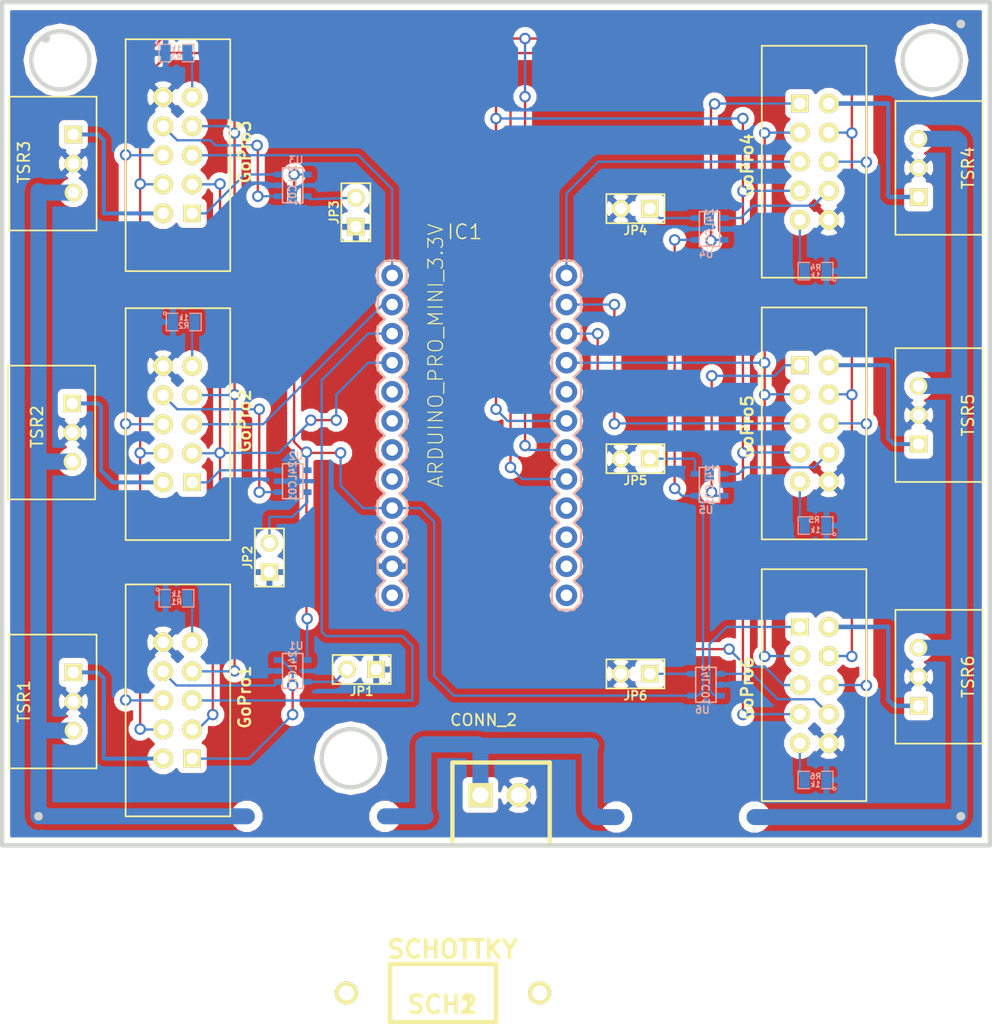
<source format=kicad_pcb>
(kicad_pcb (version 3) (host pcbnew "(2013-mar-13)-testing")
  (title_block (date "1 aug 2013"))
  (layers (15 Dessus signal) (0 Dessous signal) (18 B.Paste user) (19 F.Paste user) (20 B.SilkS user hide) (21 F.SilkS user) (22 B.Mask user hide) (23 F.Mask user hide) (28 Edge.Cuts user))
  (net 0 "")
  (net 1 +12V)
  (net 2 /ID1_1)
  (net 3 /ID1_2)
  (net 4 /ID1_3)
  (net 5 /ID1_4)
  (net 6 /ID1_5)
  (net 7 /ID1_6)
  (net 8 /ID2)
  (net 9 /ID3)
  (net 10 /Power/Mode_1-3)
  (net 11 /Power/Mode_4-6)
  (net 12 /Trigger)
  (net 13 GND)
  (net 14 N-000001)
  (net 15 N-0000010)
  (net 16 N-0000012)
  (net 17 N-0000013)
  (net 18 N-0000014)
  (net 19 N-0000015)
  (net 20 N-0000016)
  (net 21 N-0000017)
  (net 22 N-0000018)
  (net 23 N-0000019)
  (net 24 N-000002)
  (net 25 N-0000020)
  (net 26 N-0000021)
  (net 27 N-0000023)
  (net 28 N-0000024)
  (net 29 N-0000025)
  (net 30 N-0000026)
  (net 31 N-0000027)
  (net 32 N-0000029)
  (net 33 N-000003)
  (net 34 N-0000031)
  (net 35 N-0000032)
  (net 36 N-0000033)
  (net 37 N-0000035)
  (net 38 N-0000036)
  (net 39 N-000004)
  (net 40 N-0000043)
  (net 41 N-0000044)
  (net 42 N-0000046)
  (net 43 N-0000047)
  (net 44 N-0000048)
  (net 45 N-0000049)
  (net 46 N-000005)
  (net 47 N-0000057)
  (net 48 N-0000058)
  (net 49 N-0000059)
  (net 50 N-000006)
  (net 51 N-0000060)
  (net 52 N-0000061)
  (net 53 N-0000062)
  (net 54 N-0000065)
  (net 55 N-000009)
  (net 56 VCC)
  (module TSR_ (layer Dessus) (at 152.908 75.184 90)
    (fp_text reference TSR2 (at 6.35 -5.08 90) (layer F.SilkS) (effects (font (size 1.016 1.016) (thickness 0.1524))))
    (fp_text value TSR hide)
    (pad 1 thru_hole circle (at 3.302 -2 90) (size 1.524 1.524) (drill 1.016) (layers *.Cu *.Mask F.SilkS) (net 1 +12V))
    (pad 2 thru_hole circle (at 5.842 -2 90) (size 1.524 1.524) (drill 1.016) (layers *.Cu *.Mask F.SilkS) (net 13 GND))
    (pad 3 thru_hole rect (at 8.382 -2 90) (size 1.524 1.524) (drill 1.016) (layers *.Cu *.Mask F.SilkS) (net 17 N-0000013))
  )
  (module PRT_5x2_GoPro (layer Dessus) (at 220.345 35.56 270)
    (fp_text reference GoPro4 (at 10.414 10.414 270) (layer F.SilkS) (effects (font (size 1.016 1.016) (thickness 0.2032))))
    (fp_text value PRT-08506 hide)
    (pad 1 thru_hole rect (at 5.04444 5.81914 270) (size 1.524 1.524) (drill 1.016) (layers *.Cu *.Mask F.SilkS) (net 16 N-0000012))
    (pad 2 thru_hole circle (at 5.04444 3.27914 270) (size 1.724 1.724) (drill 1.016) (layers *.Cu *.Mask F.SilkS) (net 28 N-0000024))
    (pad 3 thru_hole circle (at 7.58444 5.81914 270) (size 1.724 1.724) (drill 1.016) (layers *.Cu *.Mask F.SilkS) (net 11 /Power/Mode_4-6))
    (pad 4 thru_hole circle (at 7.58444 3.27914 270) (size 1.724 1.724) (drill 1.016) (layers *.Cu *.Mask F.SilkS) (net 12 /Trigger))
    (pad 5 thru_hole circle (at 10.12444 5.81914 270) (size 1.724 1.724) (drill 1.016) (layers *.Cu *.Mask F.SilkS) (net 5 /ID1_4))
    (pad 6 thru_hole circle (at 10.12444 3.27914 270) (size 1.724 1.724) (drill 1.016) (layers *.Cu *.Mask F.SilkS) (net 8 /ID2))
    (pad 7 thru_hole circle (at 12.66444 5.81914 270) (size 1.724 1.724) (drill 1.016) (layers *.Cu *.Mask F.SilkS) (net 9 /ID3))
    (pad 8 thru_hole circle (at 12.66444 3.27914 270) (size 1.724 1.724) (drill 1.016) (layers *.Cu *.Mask F.SilkS) (net 29 N-0000025))
    (pad 9 thru_hole circle (at 15.20444 5.81914 270) (size 1.724 1.724) (drill 1.016) (layers *.Cu *.Mask F.SilkS) (net 55 N-000009))
    (pad 10 thru_hole circle (at 15.20444 3.27914 270) (size 1.724 1.724) (drill 1.016) (layers *.Cu *.Mask F.SilkS) (net 13 GND))
  )
  (module TSR (layer Dessus) (at 222.885 96.52 90)
    (fp_text reference TSR6 (at 5.842 6.35 90) (layer F.SilkS) (effects (font (size 1.016 1.016) (thickness 0.1524))))
    (fp_text value TSR hide)
    (pad 3 thru_hole rect (at 3.302 2.032 90) (size 1.524 1.524) (drill 1.016) (layers *.Cu *.Mask F.SilkS) (net 50 N-000006))
    (pad 2 thru_hole circle (at 5.842 2.032 90) (size 1.524 1.524) (drill 1.016) (layers *.Cu *.Mask F.SilkS) (net 13 GND))
    (pad 1 thru_hole circle (at 8.382 2.032 90) (size 1.524 1.524) (drill 1.016) (layers *.Cu *.Mask F.SilkS) (net 1 +12V))
  )
  (module TSR (layer Dessus) (at 222.885 73.66 90)
    (fp_text reference TSR5 (at 5.842 6.35 90) (layer F.SilkS) (effects (font (size 1.016 1.016) (thickness 0.1524))))
    (fp_text value TSR hide)
    (pad 3 thru_hole rect (at 3.302 2.032 90) (size 1.524 1.524) (drill 1.016) (layers *.Cu *.Mask F.SilkS) (net 31 N-0000027))
    (pad 2 thru_hole circle (at 5.842 2.032 90) (size 1.524 1.524) (drill 1.016) (layers *.Cu *.Mask F.SilkS) (net 13 GND))
    (pad 1 thru_hole circle (at 8.382 2.032 90) (size 1.524 1.524) (drill 1.016) (layers *.Cu *.Mask F.SilkS) (net 1 +12V))
  )
  (module TSR (layer Dessus) (at 222.885 52.07 90)
    (fp_text reference TSR4 (at 5.842 6.35 90) (layer F.SilkS) (effects (font (size 1.016 1.016) (thickness 0.1524))))
    (fp_text value TSR hide)
    (pad 3 thru_hole rect (at 3.302 2.032 90) (size 1.524 1.524) (drill 1.016) (layers *.Cu *.Mask F.SilkS) (net 28 N-0000024))
    (pad 2 thru_hole circle (at 5.842 2.032 90) (size 1.524 1.524) (drill 1.016) (layers *.Cu *.Mask F.SilkS) (net 13 GND))
    (pad 1 thru_hole circle (at 8.382 2.032 90) (size 1.524 1.524) (drill 1.016) (layers *.Cu *.Mask F.SilkS) (net 1 +12V))
  )
  (module TSR (layer Dessus) (at 153.035 86.995 270)
    (fp_text reference TSR1 (at 5.842 6.35 270) (layer F.SilkS) (effects (font (size 1.016 1.016) (thickness 0.1524))))
    (fp_text value TSR hide)
    (pad 3 thru_hole rect (at 3.302 2.032 270) (size 1.524 1.524) (drill 1.016) (layers *.Cu *.Mask F.SilkS) (net 19 N-0000015))
    (pad 2 thru_hole circle (at 5.842 2.032 270) (size 1.524 1.524) (drill 1.016) (layers *.Cu *.Mask F.SilkS) (net 13 GND))
    (pad 1 thru_hole circle (at 8.382 2.032 270) (size 1.524 1.524) (drill 1.016) (layers *.Cu *.Mask F.SilkS) (net 1 +12V))
  )
  (module TSR (layer Dessus) (at 153.035 40.005 270)
    (fp_text reference TSR3 (at 5.715 6.35 270) (layer F.SilkS) (effects (font (size 1.016 1.016) (thickness 0.1524))))
    (fp_text value TSR hide)
    (pad 3 thru_hole rect (at 3.302 2.032 270) (size 1.524 1.524) (drill 1.016) (layers *.Cu *.Mask F.SilkS) (net 24 N-000002))
    (pad 2 thru_hole circle (at 5.842 2.032 270) (size 1.524 1.524) (drill 1.016) (layers *.Cu *.Mask F.SilkS) (net 13 GND))
    (pad 1 thru_hole circle (at 8.382 2.032 270) (size 1.524 1.524) (drill 1.016) (layers *.Cu *.Mask F.SilkS) (net 1 +12V))
  )
  (module PRT_5x2_GoPro (layer Dessus) (at 155.575 102.87 90)
    (fp_text reference GoPro1 (at 10.414 10.414 90) (layer F.SilkS) (effects (font (size 1.016 1.016) (thickness 0.2032))))
    (fp_text value PRT-08506 hide)
    (pad 1 thru_hole rect (at 5.04444 5.81914 90) (size 1.524 1.524) (drill 1.016) (layers *.Cu *.Mask F.SilkS) (net 36 N-0000033))
    (pad 2 thru_hole circle (at 5.04444 3.27914 90) (size 1.724 1.724) (drill 1.016) (layers *.Cu *.Mask F.SilkS) (net 19 N-0000015))
    (pad 3 thru_hole circle (at 7.58444 5.81914 90) (size 1.724 1.724) (drill 1.016) (layers *.Cu *.Mask F.SilkS) (net 10 /Power/Mode_1-3))
    (pad 4 thru_hole circle (at 7.58444 3.27914 90) (size 1.724 1.724) (drill 1.016) (layers *.Cu *.Mask F.SilkS) (net 12 /Trigger))
    (pad 5 thru_hole circle (at 10.12444 5.81914 90) (size 1.724 1.724) (drill 1.016) (layers *.Cu *.Mask F.SilkS) (net 2 /ID1_1))
    (pad 6 thru_hole circle (at 10.12444 3.27914 90) (size 1.724 1.724) (drill 1.016) (layers *.Cu *.Mask F.SilkS) (net 8 /ID2))
    (pad 7 thru_hole circle (at 12.66444 5.81914 90) (size 1.724 1.724) (drill 1.016) (layers *.Cu *.Mask F.SilkS) (net 9 /ID3))
    (pad 8 thru_hole circle (at 12.66444 3.27914 90) (size 1.724 1.724) (drill 1.016) (layers *.Cu *.Mask F.SilkS) (net 37 N-0000035))
    (pad 9 thru_hole circle (at 15.20444 5.81914 90) (size 1.724 1.724) (drill 1.016) (layers *.Cu *.Mask F.SilkS) (net 14 N-000001))
    (pad 10 thru_hole circle (at 15.20444 3.27914 90) (size 1.724 1.724) (drill 1.016) (layers *.Cu *.Mask F.SilkS) (net 13 GND))
  )
  (module PRT_5x2_GoPro (layer Dessus) (at 155.575 78.74 90)
    (fp_text reference GoPro2 (at 10.414 10.414 90) (layer F.SilkS) (effects (font (size 1.016 1.016) (thickness 0.2032))))
    (fp_text value PRT-08506 hide)
    (pad 1 thru_hole rect (at 5.04444 5.81914 90) (size 1.524 1.524) (drill 1.016) (layers *.Cu *.Mask F.SilkS) (net 38 N-0000036))
    (pad 2 thru_hole circle (at 5.04444 3.27914 90) (size 1.724 1.724) (drill 1.016) (layers *.Cu *.Mask F.SilkS) (net 17 N-0000013))
    (pad 3 thru_hole circle (at 7.58444 5.81914 90) (size 1.724 1.724) (drill 1.016) (layers *.Cu *.Mask F.SilkS) (net 10 /Power/Mode_1-3))
    (pad 4 thru_hole circle (at 7.58444 3.27914 90) (size 1.724 1.724) (drill 1.016) (layers *.Cu *.Mask F.SilkS) (net 12 /Trigger))
    (pad 5 thru_hole circle (at 10.12444 5.81914 90) (size 1.724 1.724) (drill 1.016) (layers *.Cu *.Mask F.SilkS) (net 3 /ID1_2))
    (pad 6 thru_hole circle (at 10.12444 3.27914 90) (size 1.724 1.724) (drill 1.016) (layers *.Cu *.Mask F.SilkS) (net 8 /ID2))
    (pad 7 thru_hole circle (at 12.66444 5.81914 90) (size 1.724 1.724) (drill 1.016) (layers *.Cu *.Mask F.SilkS) (net 9 /ID3))
    (pad 8 thru_hole circle (at 12.66444 3.27914 90) (size 1.724 1.724) (drill 1.016) (layers *.Cu *.Mask F.SilkS) (net 18 N-0000014))
    (pad 9 thru_hole circle (at 15.20444 5.81914 90) (size 1.724 1.724) (drill 1.016) (layers *.Cu *.Mask F.SilkS) (net 15 N-0000010))
    (pad 10 thru_hole circle (at 15.20444 3.27914 90) (size 1.724 1.724) (drill 1.016) (layers *.Cu *.Mask F.SilkS) (net 13 GND))
  )
  (module PRT_5x2_GoPro (layer Dessus) (at 155.575 55.245 90)
    (fp_text reference GoPro3 (at 10.414 10.414 90) (layer F.SilkS) (effects (font (size 1.016 1.016) (thickness 0.2032))))
    (fp_text value PRT-08506 hide)
    (pad 1 thru_hole rect (at 5.04444 5.81914 90) (size 1.524 1.524) (drill 1.016) (layers *.Cu *.Mask F.SilkS) (net 41 N-0000044))
    (pad 2 thru_hole circle (at 5.04444 3.27914 90) (size 1.724 1.724) (drill 1.016) (layers *.Cu *.Mask F.SilkS) (net 24 N-000002))
    (pad 3 thru_hole circle (at 7.58444 5.81914 90) (size 1.724 1.724) (drill 1.016) (layers *.Cu *.Mask F.SilkS) (net 10 /Power/Mode_1-3))
    (pad 4 thru_hole circle (at 7.58444 3.27914 90) (size 1.724 1.724) (drill 1.016) (layers *.Cu *.Mask F.SilkS) (net 12 /Trigger))
    (pad 5 thru_hole circle (at 10.12444 5.81914 90) (size 1.724 1.724) (drill 1.016) (layers *.Cu *.Mask F.SilkS) (net 4 /ID1_3))
    (pad 6 thru_hole circle (at 10.12444 3.27914 90) (size 1.724 1.724) (drill 1.016) (layers *.Cu *.Mask F.SilkS) (net 8 /ID2))
    (pad 7 thru_hole circle (at 12.66444 5.81914 90) (size 1.724 1.724) (drill 1.016) (layers *.Cu *.Mask F.SilkS) (net 9 /ID3))
    (pad 8 thru_hole circle (at 12.66444 3.27914 90) (size 1.724 1.724) (drill 1.016) (layers *.Cu *.Mask F.SilkS) (net 40 N-0000043))
    (pad 9 thru_hole circle (at 15.20444 5.81914 90) (size 1.724 1.724) (drill 1.016) (layers *.Cu *.Mask F.SilkS) (net 33 N-000003))
    (pad 10 thru_hole circle (at 15.20444 3.27914 90) (size 1.724 1.724) (drill 1.016) (layers *.Cu *.Mask F.SilkS) (net 13 GND))
  )
  (module PRT_5x2_GoPro (layer Dessus) (at 220.345 58.42 270)
    (fp_text reference GoPro5 (at 10.414 10.414 270) (layer F.SilkS) (effects (font (size 1.016 1.016) (thickness 0.2032))))
    (fp_text value PRT-08506 hide)
    (pad 1 thru_hole rect (at 5.04444 5.81914 270) (size 1.524 1.524) (drill 1.016) (layers *.Cu *.Mask F.SilkS) (net 27 N-0000023))
    (pad 2 thru_hole circle (at 5.04444 3.27914 270) (size 1.724 1.724) (drill 1.016) (layers *.Cu *.Mask F.SilkS) (net 31 N-0000027))
    (pad 3 thru_hole circle (at 7.58444 5.81914 270) (size 1.724 1.724) (drill 1.016) (layers *.Cu *.Mask F.SilkS) (net 11 /Power/Mode_4-6))
    (pad 4 thru_hole circle (at 7.58444 3.27914 270) (size 1.724 1.724) (drill 1.016) (layers *.Cu *.Mask F.SilkS) (net 12 /Trigger))
    (pad 5 thru_hole circle (at 10.12444 5.81914 270) (size 1.724 1.724) (drill 1.016) (layers *.Cu *.Mask F.SilkS) (net 6 /ID1_5))
    (pad 6 thru_hole circle (at 10.12444 3.27914 270) (size 1.724 1.724) (drill 1.016) (layers *.Cu *.Mask F.SilkS) (net 8 /ID2))
    (pad 7 thru_hole circle (at 12.66444 5.81914 270) (size 1.724 1.724) (drill 1.016) (layers *.Cu *.Mask F.SilkS) (net 9 /ID3))
    (pad 8 thru_hole circle (at 12.66444 3.27914 270) (size 1.724 1.724) (drill 1.016) (layers *.Cu *.Mask F.SilkS) (net 30 N-0000026))
    (pad 9 thru_hole circle (at 15.20444 5.81914 270) (size 1.724 1.724) (drill 1.016) (layers *.Cu *.Mask F.SilkS) (net 32 N-0000029))
    (pad 10 thru_hole circle (at 15.20444 3.27914 270) (size 1.724 1.724) (drill 1.016) (layers *.Cu *.Mask F.SilkS) (net 13 GND))
  )
  (module PRT_5x2_GoPro (layer Dessus) (at 220.345 81.28 270)
    (fp_text reference GoPro6 (at 10.414 10.414 270) (layer F.SilkS) (effects (font (size 1.016 1.016) (thickness 0.2032))))
    (fp_text value PRT-08506 hide)
    (pad 1 thru_hole rect (at 5.04444 5.81914 270) (size 1.524 1.524) (drill 1.016) (layers *.Cu *.Mask F.SilkS) (net 46 N-000005))
    (pad 2 thru_hole circle (at 5.04444 3.27914 270) (size 1.724 1.724) (drill 1.016) (layers *.Cu *.Mask F.SilkS) (net 50 N-000006))
    (pad 3 thru_hole circle (at 7.58444 5.81914 270) (size 1.724 1.724) (drill 1.016) (layers *.Cu *.Mask F.SilkS) (net 11 /Power/Mode_4-6))
    (pad 4 thru_hole circle (at 7.58444 3.27914 270) (size 1.724 1.724) (drill 1.016) (layers *.Cu *.Mask F.SilkS) (net 12 /Trigger))
    (pad 5 thru_hole circle (at 10.12444 5.81914 270) (size 1.724 1.724) (drill 1.016) (layers *.Cu *.Mask F.SilkS) (net 7 /ID1_6))
    (pad 6 thru_hole circle (at 10.12444 3.27914 270) (size 1.724 1.724) (drill 1.016) (layers *.Cu *.Mask F.SilkS) (net 8 /ID2))
    (pad 7 thru_hole circle (at 12.66444 5.81914 270) (size 1.724 1.724) (drill 1.016) (layers *.Cu *.Mask F.SilkS) (net 9 /ID3))
    (pad 8 thru_hole circle (at 12.66444 3.27914 270) (size 1.724 1.724) (drill 1.016) (layers *.Cu *.Mask F.SilkS) (net 25 N-0000020))
    (pad 9 thru_hole circle (at 15.20444 5.81914 270) (size 1.724 1.724) (drill 1.016) (layers *.Cu *.Mask F.SilkS) (net 39 N-000004))
    (pad 10 thru_hole circle (at 15.20444 3.27914 270) (size 1.724 1.724) (drill 1.016) (layers *.Cu *.Mask F.SilkS) (net 13 GND))
  )
  (module ArduinoProMini_simplified (layer Dessus) (at 183.9595 66.421)
    (fp_text reference IC1 (at 1.27 -14.605) (layer F.SilkS) (effects (font (size 1.27 1.27) (thickness 0.127))))
    (fp_text value ARDUINO_PRO_MINI_3.3V (at -1.27 -3.81 270) (layer F.SilkS) (effects (font (size 1.27 1.27) (thickness 0.1016))))
    (pad 1 thru_hole oval (at -5.08 17.145) (size 1.8796 1.8796) (drill 1.016) (layers *.Cu *.Mask) (net 53 N-0000062))
    (pad 2 thru_hole oval (at -5.08 14.605) (size 1.8796 1.8796) (drill 1.016) (layers *.Cu *.Mask) (net 13 GND))
    (pad 3 thru_hole oval (at -5.08 12.065) (size 1.8796 1.8796) (drill 1.016) (layers *.Cu *.Mask) (net 52 N-0000061))
    (pad 4 thru_hole oval (at -5.08 9.525) (size 1.8796 1.8796) (drill 1.016) (layers *.Cu *.Mask) (net 56 VCC))
    (pad 5 thru_hole oval (at -5.08 6.985) (size 1.8796 1.8796) (drill 1.016) (layers *.Cu *.Mask) (net 51 N-0000060))
    (pad 6 thru_hole oval (at -5.08 4.445) (size 1.8796 1.8796) (drill 1.016) (layers *.Cu *.Mask) (net 49 N-0000059))
    (pad 7 thru_hole oval (at -5.08 1.905) (size 1.8796 1.8796) (drill 1.016) (layers *.Cu *.Mask) (net 48 N-0000058))
    (pad 8 thru_hole oval (at -5.08 -0.635) (size 1.8796 1.8796) (drill 1.016) (layers *.Cu *.Mask) (net 47 N-0000057))
    (pad 9 thru_hole oval (at -5.08 -3.175) (size 1.8796 1.8796) (drill 1.016) (layers *.Cu *.Mask) (net 10 /Power/Mode_1-3))
    (pad 10 thru_hole oval (at -5.08 -5.715) (size 1.8796 1.8796) (drill 1.016) (layers *.Cu *.Mask) (net 2 /ID1_1))
    (pad 11 thru_hole oval (at -5.08 -8.255) (size 1.8796 1.8796) (drill 1.016) (layers *.Cu *.Mask) (net 3 /ID1_2))
    (pad 12 thru_hole oval (at -5.08 -10.795) (size 1.8796 1.8796) (drill 1.016) (layers *.Cu *.Mask) (net 4 /ID1_3))
    (pad 13 thru_hole oval (at 10.16 -10.795 180) (size 1.8796 1.8796) (drill 1.016) (layers *.Cu *.Mask) (net 5 /ID1_4))
    (pad 14 thru_hole oval (at 10.16 -8.255 180) (size 1.8796 1.8796) (drill 1.016) (layers *.Cu *.Mask) (net 6 /ID1_5))
    (pad 15 thru_hole oval (at 10.16 -5.715 180) (size 1.8796 1.8796) (drill 1.016) (layers *.Cu *.Mask) (net 7 /ID1_6))
    (pad 16 thru_hole oval (at 10.16 -3.175 180) (size 1.8796 1.8796) (drill 1.016) (layers *.Cu *.Mask) (net 11 /Power/Mode_4-6))
    (pad 17 thru_hole oval (at 10.16 -0.635 180) (size 1.8796 1.8796) (drill 1.016) (layers *.Cu *.Mask) (net 21 N-0000017))
    (pad 18 thru_hole oval (at 10.16 1.905 180) (size 1.8796 1.8796) (drill 1.016) (layers *.Cu *.Mask) (net 9 /ID3))
    (pad 19 thru_hole oval (at 10.16 4.445 180) (size 1.8796 1.8796) (drill 1.016) (layers *.Cu *.Mask) (net 8 /ID2))
    (pad 20 thru_hole oval (at 10.16 6.985 180) (size 1.8796 1.8796) (drill 1.016) (layers *.Cu *.Mask) (net 12 /Trigger))
    (pad 21 thru_hole oval (at 10.16 9.525 180) (size 1.8796 1.8796) (drill 1.016) (layers *.Cu *.Mask) (net 45 N-0000049))
    (pad 22 thru_hole oval (at 10.16 12.065 180) (size 1.8796 1.8796) (drill 1.016) (layers *.Cu *.Mask) (net 44 N-0000048))
    (pad 23 thru_hole oval (at 10.16 14.605 180) (size 1.8796 1.8796) (drill 1.016) (layers *.Cu *.Mask) (net 43 N-0000047))
    (pad 24 thru_hole oval (at 10.16 17.145 180) (size 1.8796 1.8796) (drill 1.016) (layers *.Cu *.Mask) (net 42 N-0000046))
  )
  (module SM0805 (layer Dessous) (at 160.02 83.82)
    (fp_text reference R1 (at 0 0.3175) (layer B.SilkS) (effects (font (size 0.50038 0.50038) (thickness 0.10922)) (justify mirror)))
    (fp_text value 1k (at 0 -0.381) (layer B.SilkS) (effects (font (size 0.50038 0.50038) (thickness 0.10922)) (justify mirror)))
    (pad 1 smd rect (at -0.9525 0) (size 0.889 1.397) (layers Dessous B.Paste B.Mask) (net 13 GND))
    (pad 2 smd rect (at 0.9525 0) (size 0.889 1.397) (layers Dessous B.Paste B.Mask) (net 14 N-000001))
  )
  (module SM0805 (layer Dessous) (at 160.655 59.69)
    (fp_text reference R2 (at 0 0.3175) (layer B.SilkS) (effects (font (size 0.50038 0.50038) (thickness 0.10922)) (justify mirror)))
    (fp_text value 1k (at 0 -0.381) (layer B.SilkS) (effects (font (size 0.50038 0.50038) (thickness 0.10922)) (justify mirror)))
    (pad 1 smd rect (at -0.9525 0) (size 0.889 1.397) (layers Dessous B.Paste B.Mask) (net 13 GND))
    (pad 2 smd rect (at 0.9525 0) (size 0.889 1.397) (layers Dessous B.Paste B.Mask) (net 15 N-0000010))
  )
  (module SM0805 (layer Dessous) (at 160.02 36.195)
    (fp_text reference R3 (at 0 0.3175) (layer B.SilkS) (effects (font (size 0.50038 0.50038) (thickness 0.10922)) (justify mirror)))
    (fp_text value 1k (at 0 -0.381) (layer B.SilkS) (effects (font (size 0.50038 0.50038) (thickness 0.10922)) (justify mirror)))
    (pad 1 smd rect (at -0.9525 0) (size 0.889 1.397) (layers Dessous B.Paste B.Mask) (net 13 GND))
    (pad 2 smd rect (at 0.9525 0) (size 0.889 1.397) (layers Dessous B.Paste B.Mask) (net 33 N-000003))
  )
  (module SM0805 (layer Dessous) (at 215.9 55.245 180)
    (fp_text reference R4 (at 0 0.3175 180) (layer B.SilkS) (effects (font (size 0.50038 0.50038) (thickness 0.10922)) (justify mirror)))
    (fp_text value 1k (at 0 -0.381 180) (layer B.SilkS) (effects (font (size 0.50038 0.50038) (thickness 0.10922)) (justify mirror)))
    (pad 1 smd rect (at -0.9525 0 180) (size 0.889 1.397) (layers Dessous B.Paste B.Mask) (net 13 GND))
    (pad 2 smd rect (at 0.9525 0 180) (size 0.889 1.397) (layers Dessous B.Paste B.Mask) (net 55 N-000009))
  )
  (module SM0805 (layer Dessous) (at 215.9 77.47 180)
    (fp_text reference R5 (at 0.127 0.508 180) (layer B.SilkS) (effects (font (size 0.50038 0.50038) (thickness 0.10922)) (justify mirror)))
    (fp_text value 1k (at 0 -0.381 180) (layer B.SilkS) (effects (font (size 0.50038 0.50038) (thickness 0.10922)) (justify mirror)))
    (pad 1 smd rect (at -0.9525 0 180) (size 0.889 1.397) (layers Dessous B.Paste B.Mask) (net 13 GND))
    (pad 2 smd rect (at 0.9525 0 180) (size 0.889 1.397) (layers Dessous B.Paste B.Mask) (net 32 N-0000029))
  )
  (module SM0805 (layer Dessous) (at 215.9 99.695 180)
    (fp_text reference R6 (at 0 0.3175 180) (layer B.SilkS) (effects (font (size 0.50038 0.50038) (thickness 0.10922)) (justify mirror)))
    (fp_text value 1k (at 0 -0.381 180) (layer B.SilkS) (effects (font (size 0.50038 0.50038) (thickness 0.10922)) (justify mirror)))
    (pad 1 smd rect (at -0.9525 0 180) (size 0.889 1.397) (layers Dessous B.Paste B.Mask) (net 13 GND))
    (pad 2 smd rect (at 0.9525 0 180) (size 0.889 1.397) (layers Dessous B.Paste B.Mask) (net 39 N-000004))
  )
  (module SOT23-5 (layer Dessous) (at 170.18 90.17 90)
    (fp_text reference U1 (at 2.19964 0.29972 360) (layer B.SilkS) (effects (font (size 0.635 0.635) (thickness 0.127)) (justify mirror)))
    (fp_text value 24LC01 (at 0 0 90) (layer B.SilkS) (effects (font (size 0.635 0.635) (thickness 0.127)) (justify mirror)))
    (pad 1 smd rect (at -0.9525 -1.27 90) (size 0.508 0.762) (layers Dessous B.Paste B.Mask) (net 37 N-0000035))
    (pad 3 smd rect (at 0.9525 -1.27 90) (size 0.508 0.762) (layers Dessous B.Paste B.Mask) (net 36 N-0000033))
    (pad 5 smd rect (at -0.9525 1.27 90) (size 0.508 0.762) (layers Dessous B.Paste B.Mask) (net 22 N-0000018))
    (pad 2 smd rect (at 0 -1.27 90) (size 0.508 0.762) (layers Dessous B.Paste B.Mask) (net 13 GND))
    (pad 4 smd rect (at 0.9525 1.27 90) (size 0.508 0.762) (layers Dessous B.Paste B.Mask) (net 56 VCC))
  )
  (module SOT23-5 (layer Dessous) (at 170.18 73.5965 90)
    (fp_text reference U2 (at 2.19964 0.29972 360) (layer B.SilkS) (effects (font (size 0.635 0.635) (thickness 0.127)) (justify mirror)))
    (fp_text value 24LC01 (at 0 0 90) (layer B.SilkS) (effects (font (size 0.635 0.635) (thickness 0.127)) (justify mirror)))
    (pad 1 smd rect (at -0.9525 -1.27 90) (size 0.508 0.762) (layers Dessous B.Paste B.Mask) (net 18 N-0000014))
    (pad 3 smd rect (at 0.9525 -1.27 90) (size 0.508 0.762) (layers Dessous B.Paste B.Mask) (net 38 N-0000036))
    (pad 5 smd rect (at -0.9525 1.27 90) (size 0.508 0.762) (layers Dessous B.Paste B.Mask) (net 35 N-0000032))
    (pad 2 smd rect (at 0 -1.27 90) (size 0.508 0.762) (layers Dessous B.Paste B.Mask) (net 13 GND))
    (pad 4 smd rect (at 0.9525 1.27 90) (size 0.508 0.762) (layers Dessous B.Paste B.Mask) (net 56 VCC))
  )
  (module SOT23-5 (layer Dessous) (at 170.18 47.752 90)
    (fp_text reference U3 (at 2.19964 0.29972 360) (layer B.SilkS) (effects (font (size 0.635 0.635) (thickness 0.127)) (justify mirror)))
    (fp_text value 24LC01 (at 0 0 90) (layer B.SilkS) (effects (font (size 0.635 0.635) (thickness 0.127)) (justify mirror)))
    (pad 1 smd rect (at -0.9525 -1.27 90) (size 0.508 0.762) (layers Dessous B.Paste B.Mask) (net 40 N-0000043))
    (pad 3 smd rect (at 0.9525 -1.27 90) (size 0.508 0.762) (layers Dessous B.Paste B.Mask) (net 41 N-0000044))
    (pad 5 smd rect (at -0.9525 1.27 90) (size 0.508 0.762) (layers Dessous B.Paste B.Mask) (net 34 N-0000031))
    (pad 2 smd rect (at 0 -1.27 90) (size 0.508 0.762) (layers Dessous B.Paste B.Mask) (net 13 GND))
    (pad 4 smd rect (at 0.9525 1.27 90) (size 0.508 0.762) (layers Dessous B.Paste B.Mask) (net 56 VCC))
  )
  (module SOT23-5 (layer Dessous) (at 206.629 51.562 270)
    (fp_text reference U4 (at 2.19964 0.29972 540) (layer B.SilkS) (effects (font (size 0.635 0.635) (thickness 0.127)) (justify mirror)))
    (fp_text value 24LC01 (at 0 0 270) (layer B.SilkS) (effects (font (size 0.635 0.635) (thickness 0.127)) (justify mirror)))
    (pad 1 smd rect (at -0.9525 -1.27 270) (size 0.508 0.762) (layers Dessous B.Paste B.Mask) (net 29 N-0000025))
    (pad 3 smd rect (at 0.9525 -1.27 270) (size 0.508 0.762) (layers Dessous B.Paste B.Mask) (net 16 N-0000012))
    (pad 5 smd rect (at -0.9525 1.27 270) (size 0.508 0.762) (layers Dessous B.Paste B.Mask) (net 20 N-0000016))
    (pad 2 smd rect (at 0 -1.27 270) (size 0.508 0.762) (layers Dessous B.Paste B.Mask) (net 13 GND))
    (pad 4 smd rect (at 0.9525 1.27 270) (size 0.508 0.762) (layers Dessous B.Paste B.Mask) (net 56 VCC))
  )
  (module SOT23-5 (layer Dessous) (at 206.629 73.914 270)
    (fp_text reference U5 (at 2.19964 0.29972 540) (layer B.SilkS) (effects (font (size 0.635 0.635) (thickness 0.127)) (justify mirror)))
    (fp_text value 24LC01 (at 0 0 270) (layer B.SilkS) (effects (font (size 0.635 0.635) (thickness 0.127)) (justify mirror)))
    (pad 1 smd rect (at -0.9525 -1.27 270) (size 0.508 0.762) (layers Dessous B.Paste B.Mask) (net 30 N-0000026))
    (pad 3 smd rect (at 0.9525 -1.27 270) (size 0.508 0.762) (layers Dessous B.Paste B.Mask) (net 27 N-0000023))
    (pad 5 smd rect (at -0.9525 1.27 270) (size 0.508 0.762) (layers Dessous B.Paste B.Mask) (net 26 N-0000021))
    (pad 2 smd rect (at 0 -1.27 270) (size 0.508 0.762) (layers Dessous B.Paste B.Mask) (net 13 GND))
    (pad 4 smd rect (at 0.9525 1.27 270) (size 0.508 0.762) (layers Dessous B.Paste B.Mask) (net 56 VCC))
  )
  (module SOT23-5 (layer Dessous) (at 206.3115 91.3765 270)
    (fp_text reference U6 (at 2.19964 0.29972 540) (layer B.SilkS) (effects (font (size 0.635 0.635) (thickness 0.127)) (justify mirror)))
    (fp_text value 24LC01 (at 0 0 270) (layer B.SilkS) (effects (font (size 0.635 0.635) (thickness 0.127)) (justify mirror)))
    (pad 1 smd rect (at -0.9525 -1.27 270) (size 0.508 0.762) (layers Dessous B.Paste B.Mask) (net 25 N-0000020))
    (pad 3 smd rect (at 0.9525 -1.27 270) (size 0.508 0.762) (layers Dessous B.Paste B.Mask) (net 46 N-000005))
    (pad 5 smd rect (at -0.9525 1.27 270) (size 0.508 0.762) (layers Dessous B.Paste B.Mask) (net 23 N-0000019))
    (pad 2 smd rect (at 0 -1.27 270) (size 0.508 0.762) (layers Dessous B.Paste B.Mask) (net 13 GND))
    (pad 4 smd rect (at 0.9525 1.27 270) (size 0.508 0.762) (layers Dessous B.Paste B.Mask) (net 56 VCC))
  )
  (module Bornier_FCI_-_2cts_Benvii (layer Dessus) (at 184.15 105.41)
    (fp_text reference P1 hide)
    (fp_text value CONN_2 (at 2.73 -10.955) (layer F.SilkS))
    (pad 1 thru_hole rect (at 2.45 -4.4) (size 2.1 2.1) (drill 1.4) (layers *.Cu *.Mask F.SilkS) (net 54 N-0000065))
    (pad 2 thru_hole circle (at 5.8 -4.4) (size 2.1 2.1) (drill 1.4) (layers *.Cu *.Mask F.SilkS) (net 13 GND))
  )
  (module PIN_ARRAY_2X1 (layer Dessus) (at 176.2125 90.043 180)
    (fp_text reference JP1 (at 0 -1.905 180) (layer F.SilkS) (effects (font (size 0.762 0.762) (thickness 0.1524))))
    (fp_text value JUMPER hide)
    (pad 1 thru_hole rect (at -1.27 0 180) (size 1.524 1.524) (drill 1.016) (layers *.Cu *.Mask F.SilkS) (net 13 GND))
    (pad 2 thru_hole circle (at 1.27 0 180) (size 1.524 1.524) (drill 1.016) (layers *.Cu *.Mask F.SilkS) (net 22 N-0000018))
  )
  (module PIN_ARRAY_2X1 (layer Dessus) (at 168.148 80.264 90)
    (fp_text reference JP2 (at 0 -1.905 90) (layer F.SilkS) (effects (font (size 0.762 0.762) (thickness 0.1524))))
    (fp_text value JUMPER hide)
    (pad 1 thru_hole rect (at -1.27 0 90) (size 1.524 1.524) (drill 1.016) (layers *.Cu *.Mask F.SilkS) (net 13 GND))
    (pad 2 thru_hole circle (at 1.27 0 90) (size 1.524 1.524) (drill 1.016) (layers *.Cu *.Mask F.SilkS) (net 35 N-0000032))
  )
  (module PIN_ARRAY_2X1 (layer Dessus) (at 175.7045 50.1015 90)
    (fp_text reference JP3 (at 0 -1.905 90) (layer F.SilkS) (effects (font (size 0.762 0.762) (thickness 0.1524))))
    (fp_text value JUMPER hide)
    (pad 1 thru_hole rect (at -1.27 0 90) (size 1.524 1.524) (drill 1.016) (layers *.Cu *.Mask F.SilkS) (net 13 GND))
    (pad 2 thru_hole circle (at 1.27 0 90) (size 1.524 1.524) (drill 1.016) (layers *.Cu *.Mask F.SilkS) (net 34 N-0000031))
  )
  (module PIN_ARRAY_2X1 (layer Dessus) (at 200.152 49.784 180)
    (fp_text reference JP4 (at 0 -1.905 180) (layer F.SilkS) (effects (font (size 0.762 0.762) (thickness 0.1524))))
    (fp_text value JUMPER hide)
    (pad 1 thru_hole rect (at -1.27 0 180) (size 1.524 1.524) (drill 1.016) (layers *.Cu *.Mask F.SilkS) (net 20 N-0000016))
    (pad 2 thru_hole circle (at 1.27 0 180) (size 1.524 1.524) (drill 1.016) (layers *.Cu *.Mask F.SilkS) (net 13 GND))
  )
  (module PIN_ARRAY_2X1 (layer Dessus) (at 200.152 71.628 180)
    (fp_text reference JP5 (at 0 -1.905 180) (layer F.SilkS) (effects (font (size 0.762 0.762) (thickness 0.1524))))
    (fp_text value JUMPER hide)
    (pad 1 thru_hole rect (at -1.27 0 180) (size 1.524 1.524) (drill 1.016) (layers *.Cu *.Mask F.SilkS) (net 26 N-0000021))
    (pad 2 thru_hole circle (at 1.27 0 180) (size 1.524 1.524) (drill 1.016) (layers *.Cu *.Mask F.SilkS) (net 13 GND))
  )
  (module PIN_ARRAY_2X1 (layer Dessus) (at 200.152 90.424 180)
    (fp_text reference JP6 (at 0 -1.905 180) (layer F.SilkS) (effects (font (size 0.762 0.762) (thickness 0.1524))))
    (fp_text value JUMPER hide)
    (pad 1 thru_hole rect (at -1.27 0 180) (size 1.524 1.524) (drill 1.016) (layers *.Cu *.Mask F.SilkS) (net 23 N-0000019))
    (pad 2 thru_hole circle (at 1.27 0 180) (size 1.524 1.524) (drill 1.016) (layers *.Cu *.Mask F.SilkS) (net 13 GND))
  )
  (module SCH (layer Dessus) (at 187.96 118.300501)
    (fp_text reference SCH1 (at -4.699 1.016) (layer F.SilkS) (effects (font (thickness 0.3048))))
    (fp_text value SCHOTTKY (at -3.81 -3.81) (layer F.SilkS) (effects (font (thickness 0.3048))))
    (pad 1 thru_hole circle (at -13.081 0) (size 2 2) (drill 1.31) (layers *.Cu *.Mask F.SilkS) (net 54 N-0000065))
    (pad 2 thru_hole circle (at 3.81 0) (size 2 2) (drill 1.31) (layers *.Cu *.Mask F.SilkS) (net 1 +12V))
  )
  (module SCH (layer Dessus) (at 187.96 118.300501)
    (fp_text reference SCH2 (at -4.699 1.016) (layer F.SilkS) (effects (font (thickness 0.3048))))
    (fp_text value SCHOTTKY (at -3.81 -3.81) (layer F.SilkS) (effects (font (thickness 0.3048))))
    (pad 1 thru_hole circle (at -13.081 0) (size 2 2) (drill 1.31) (layers *.Cu *.Mask F.SilkS) (net 54 N-0000065))
    (pad 2 thru_hole circle (at 3.81 0) (size 2 2) (drill 1.31) (layers *.Cu *.Mask F.SilkS) (net 1 +12V))
  )
  (gr_circle (center 175.26 97.79) (end 172.72 97.79) (layer Edge.Cuts) (width 0.381))
  (gr_circle (center 149.86 36.83) (end 147.32 36.83) (layer Edge.Cuts) (width 0.381))
  (gr_circle (center 226.06 36.83) (end 223.52 36.83) (layer Edge.Cuts) (width 0.381))
  (target plus (at 147.955 102.87) (size 0.005) (width 0.381) (layer Edge.Cuts))
  (target plus (at 228.6 102.87) (size 0.005) (width 0.381) (layer Edge.Cuts))
  (target plus (at 228.6 33.655) (size 0.005) (width 0.381) (layer Edge.Cuts))
  (target plus (at 148.59 34.925) (size 0.005) (width 0.381) (layer Edge.Cuts))
  (gr_line (start 231.14 105.41) (end 228.6 105.41) (angle 90) (layer Edge.Cuts) (width 0.381))
  (gr_line (start 231.14 31.75) (end 231.14 105.41) (angle 90) (layer Edge.Cuts) (width 0.381))
  (gr_line (start 144.78 31.75) (end 231.14 31.75) (angle 90) (layer Edge.Cuts) (width 0.381))
  (gr_line (start 144.78 105.41) (end 144.78 31.75) (angle 90) (layer Edge.Cuts) (width 0.381))
  (gr_line (start 228.6 105.41) (end 144.78 105.41) (angle 90) (layer Edge.Cuts) (width 0.381))
  (segment (start 210.566 102.9335) (end 228.346 102.9335) (width 1.4) (layer Dessous) (net 1))
  (segment (start 228.473 102.8065) (end 228.473 88.138) (width 1.4) (layer Dessous) (net 1))
  (segment (start 228.346 102.9335) (end 228.473 102.8065) (width 1.4) (layer Dessous) (net 1))
  (segment (start 166.1795 102.87) (end 148.5265 102.87) (width 1.4) (layer Dessous) (net 1))
  (segment (start 148.5265 102.87) (end 147.955 102.2985) (width 1.4) (layer Dessous) (net 1))
  (segment (start 148.082 71.882) (end 147.955 71.755) (width 1.4) (layer Dessous) (net 1))
  (segment (start 150.908 71.882) (end 148.082 71.882) (width 1.4) (layer Dessous) (net 1))
  (segment (start 151.003 95.377) (end 147.955 95.377) (width 1.4) (layer Dessous) (net 1))
  (segment (start 147.955 95.377) (end 147.955 95.25) (width 1.4) (layer Dessous) (net 1))
  (segment (start 147.955 95.25) (end 147.955 102.2985) (width 1.4) (layer Dessous) (net 1))
  (segment (start 147.955 102.2985) (end 147.955 102.87) (width 1.4) (layer Dessous) (net 1))
  (segment (start 228.473 65.532) (end 228.473 43.942) (width 1.4) (layer Dessous) (net 1))
  (segment (start 228.473 43.942) (end 228.219 43.688) (width 1.4) (layer Dessous) (net 1))
  (segment (start 228.219 43.688) (end 224.917 43.688) (width 1.4) (layer Dessous) (net 1))
  (segment (start 228.473 88.138) (end 228.473 65.532) (width 1.4) (layer Dessous) (net 1))
  (segment (start 228.219 65.278) (end 224.917 65.278) (width 1.4) (layer Dessous) (net 1))
  (segment (start 228.473 65.532) (end 228.219 65.278) (width 0.4) (layer Dessous) (net 1))
  (segment (start 228.473 88.138) (end 224.917 88.138) (width 1.4) (layer Dessous) (net 1))
  (segment (start 147.955 71.755) (end 147.955 48.26) (width 1.4) (layer Dessous) (net 1))
  (segment (start 147.955 48.26) (end 148.082 48.387) (width 1.4) (layer Dessous) (net 1))
  (segment (start 148.082 48.387) (end 151.003 48.387) (width 1.4) (layer Dessous) (net 1))
  (segment (start 147.955 95.25) (end 147.955 71.755) (width 1.4) (layer Dessous) (net 1))
  (segment (start 147.955 71.755) (end 148.082 71.882) (width 0.4) (layer Dessous) (net 1))
  (segment (start 147.955 95.25) (end 148.082 95.377) (width 0.4) (layer Dessous) (net 1))
  (segment (start 171.3865 92.74556) (end 180.62956 92.74556) (width 0.2032) (layer Dessous) (net 2))
  (segment (start 173.101 87.122) (end 172.72 86.741) (width 0.2032) (layer Dessous) (net 2))
  (segment (start 179.7685 87.122) (end 173.101 87.122) (width 0.2032) (layer Dessous) (net 2))
  (segment (start 180.6575 88.011) (end 179.7685 87.122) (width 0.2032) (layer Dessous) (net 2))
  (segment (start 180.6575 92.71762) (end 180.6575 88.011) (width 0.2032) (layer Dessous) (net 2))
  (segment (start 180.62956 92.74556) (end 180.6575 92.71762) (width 0.2032) (layer Dessous) (net 2))
  (segment (start 172.72 86.741) (end 172.72 64.77) (width 0.2032) (layer Dessous) (net 2))
  (segment (start 165.06444 92.74556) (end 171.3865 92.74556) (width 0.2032) (layer Dessous) (net 2))
  (segment (start 172.72 64.77) (end 176.784 60.706) (width 0.2032) (layer Dessous) (net 2))
  (segment (start 178.8795 60.706) (end 176.784 60.706) (width 0.2032) (layer Dessous) (net 2))
  (segment (start 165.06444 92.74556) (end 161.39414 92.74556) (width 0.2032) (layer Dessous) (net 2))
  (segment (start 161.39414 68.61556) (end 167.60444 68.61556) (width 0.2032) (layer Dessous) (net 3))
  (segment (start 178.054 58.166) (end 178.8795 58.166) (width 0.2032) (layer Dessous) (net 3))
  (segment (start 167.60444 68.61556) (end 178.054 58.166) (width 0.2032) (layer Dessous) (net 3))
  (segment (start 161.39414 45.12056) (end 175.93056 45.12056) (width 0.2032) (layer Dessous) (net 4))
  (segment (start 178.8795 48.0695) (end 178.8795 55.626) (width 0.2032) (layer Dessous) (net 4))
  (segment (start 175.93056 45.12056) (end 178.8795 48.0695) (width 0.2032) (layer Dessous) (net 4))
  (segment (start 194.1195 55.626) (end 194.1195 48.4505) (width 0.2032) (layer Dessous) (net 5))
  (segment (start 196.88556 45.68444) (end 214.52586 45.68444) (width 0.2032) (layer Dessous) (net 5))
  (segment (start 194.1195 48.4505) (end 196.88556 45.68444) (width 0.2032) (layer Dessous) (net 5))
  (segment (start 214.52586 68.54444) (end 198.34606 68.54444) (width 0.2032) (layer Dessous) (net 6))
  (segment (start 198.3105 58.166) (end 194.1195 58.166) (width 0.2032) (layer Dessous) (net 6))
  (via (at 198.3105 58.166) (size 1) (layers Dessus Dessous) (net 6))
  (segment (start 198.3105 68.58) (end 198.3105 58.166) (width 0.2032) (layer Dessus) (net 6))
  (via (at 198.3105 68.58) (size 1) (layers Dessus Dessous) (net 6))
  (segment (start 198.34606 68.54444) (end 198.3105 68.58) (width 0.2032) (layer Dessous) (net 6))
  (segment (start 214.52586 91.40444) (end 213.07044 91.40444) (width 0.2032) (layer Dessous) (net 7))
  (segment (start 196.85 60.706) (end 194.1195 60.706) (width 0.2032) (layer Dessous) (net 7))
  (via (at 196.85 60.706) (size 1) (layers Dessus Dessous) (net 7))
  (segment (start 196.85 86.614) (end 196.85 60.706) (width 0.2032) (layer Dessus) (net 7))
  (segment (start 198.501 88.265) (end 196.85 86.614) (width 0.2032) (layer Dessus) (net 7))
  (segment (start 208.3435 88.265) (end 198.501 88.265) (width 0.2032) (layer Dessus) (net 7))
  (via (at 208.3435 88.265) (size 1) (layers Dessus Dessous) (net 7))
  (segment (start 209.8675 89.789) (end 208.3435 88.265) (width 0.2032) (layer Dessous) (net 7))
  (segment (start 211.455 89.789) (end 209.8675 89.789) (width 0.2032) (layer Dessous) (net 7))
  (segment (start 213.07044 91.40444) (end 211.455 89.789) (width 0.2032) (layer Dessous) (net 7))
  (segment (start 194.1195 70.866) (end 190.881 70.866) (width 0.2032) (layer Dessous) (net 8))
  (via (at 190.5 34.925) (size 1) (layers Dessus Dessous) (net 8))
  (segment (start 190.5 40.005) (end 190.5 34.925) (width 0.2032) (layer Dessous) (net 8))
  (via (at 190.5 40.005) (size 1) (layers Dessus Dessous) (net 8))
  (segment (start 190.5 70.485) (end 190.5 40.005) (width 0.2032) (layer Dessus) (net 8))
  (via (at 190.5 70.485) (size 1) (layers Dessus Dessous) (net 8))
  (segment (start 190.881 70.866) (end 190.5 70.485) (width 0.2032) (layer Dessous) (net 8))
  (segment (start 155.575 45.085) (end 155.575 38.1) (width 0.2032) (layer Dessus) (net 8))
  (segment (start 220.345 37.465) (end 220.345 45.72) (width 0.2032) (layer Dessus) (net 8))
  (segment (start 217.805 34.925) (end 220.345 37.465) (width 0.2032) (layer Dessus) (net 8))
  (segment (start 158.75 34.925) (end 190.5 34.925) (width 0.2032) (layer Dessus) (net 8))
  (segment (start 190.5 34.925) (end 217.805 34.925) (width 0.2032) (layer Dessus) (net 8))
  (segment (start 155.575 38.1) (end 158.75 34.925) (width 0.2032) (layer Dessus) (net 8))
  (segment (start 158.85414 45.12056) (end 155.61056 45.12056) (width 0.2032) (layer Dessous) (net 8))
  (segment (start 155.575 45.085) (end 155.575 68.58) (width 0.2032) (layer Dessus) (net 8))
  (via (at 155.575 45.085) (size 1) (layers Dessus Dessous) (net 8))
  (segment (start 155.61056 45.12056) (end 155.575 45.085) (width 0.2032) (layer Dessous) (net 8))
  (segment (start 158.85414 92.74556) (end 155.61056 92.74556) (width 0.2032) (layer Dessous) (net 8))
  (segment (start 155.61056 68.61556) (end 158.85414 68.61556) (width 0.2032) (layer Dessous) (net 8))
  (segment (start 155.575 68.58) (end 155.61056 68.61556) (width 0.2032) (layer Dessous) (net 8))
  (via (at 155.575 68.58) (size 1) (layers Dessus Dessous) (net 8))
  (segment (start 155.575 92.71) (end 155.575 68.58) (width 0.2032) (layer Dessus) (net 8))
  (via (at 155.575 92.71) (size 1) (layers Dessus Dessous) (net 8))
  (segment (start 155.61056 92.74556) (end 155.575 92.71) (width 0.2032) (layer Dessous) (net 8))
  (segment (start 217.06586 45.68444) (end 220.30944 45.68444) (width 0.2032) (layer Dessous) (net 8))
  (via (at 220.345 45.72) (size 1) (layers Dessus Dessous) (net 8))
  (segment (start 220.30944 45.68444) (end 220.345 45.72) (width 0.2032) (layer Dessous) (net 8))
  (segment (start 220.345 45.72) (end 220.345 68.58) (width 0.2032) (layer Dessus) (net 8))
  (segment (start 217.06586 91.40444) (end 220.30944 91.40444) (width 0.2032) (layer Dessous) (net 8))
  (segment (start 220.30944 68.54444) (end 217.06586 68.54444) (width 0.2032) (layer Dessous) (net 8))
  (segment (start 220.345 68.58) (end 220.30944 68.54444) (width 0.2032) (layer Dessous) (net 8))
  (via (at 220.345 68.58) (size 1) (layers Dessus Dessous) (net 8))
  (segment (start 220.345 91.44) (end 220.345 68.58) (width 0.2032) (layer Dessus) (net 8))
  (via (at 220.345 91.44) (size 1) (layers Dessus Dessous) (net 8))
  (segment (start 220.30944 91.40444) (end 220.345 91.44) (width 0.2032) (layer Dessous) (net 8))
  (via (at 187.96 41.91) (size 1) (layers Dessus Dessous) (net 9))
  (segment (start 209.55 48.26) (end 209.55 41.91) (width 0.2032) (layer Dessus) (net 9))
  (via (at 209.55 41.91) (size 1) (layers Dessus Dessous) (net 9))
  (segment (start 209.55 41.91) (end 187.96 41.91) (width 0.2032) (layer Dessous) (net 9))
  (segment (start 214.52586 48.22444) (end 209.58556 48.22444) (width 0.2032) (layer Dessous) (net 9))
  (segment (start 209.55 48.26) (end 209.55 71.12) (width 0.2032) (layer Dessus) (net 9))
  (via (at 209.55 48.26) (size 1) (layers Dessus Dessous) (net 9))
  (segment (start 209.58556 48.22444) (end 209.55 48.26) (width 0.2032) (layer Dessous) (net 9))
  (segment (start 214.52586 93.94444) (end 209.58556 93.94444) (width 0.2032) (layer Dessous) (net 9))
  (segment (start 209.58556 71.08444) (end 214.52586 71.08444) (width 0.2032) (layer Dessous) (net 9))
  (segment (start 209.55 71.12) (end 209.58556 71.08444) (width 0.2032) (layer Dessous) (net 9))
  (via (at 209.55 71.12) (size 1) (layers Dessus Dessous) (net 9))
  (segment (start 209.55 93.98) (end 209.55 71.12) (width 0.2032) (layer Dessus) (net 9))
  (via (at 209.55 93.98) (size 1) (layers Dessus Dessous) (net 9))
  (segment (start 209.58556 93.94444) (end 209.55 93.98) (width 0.2032) (layer Dessous) (net 9))
  (segment (start 165.1 43.18) (end 165.1 39.37) (width 0.2032) (layer Dessus) (net 9))
  (segment (start 165.1 39.37) (end 166.37 38.1) (width 0.2032) (layer Dessus) (net 9))
  (segment (start 166.37 38.1) (end 187.96 38.1) (width 0.2032) (layer Dessus) (net 9))
  (segment (start 187.96 41.91) (end 187.96 38.1) (width 0.2032) (layer Dessus) (net 9))
  (segment (start 188.976 68.326) (end 187.96 67.31) (width 0.2032) (layer Dessous) (net 9))
  (segment (start 188.976 68.326) (end 194.1195 68.326) (width 0.2032) (layer Dessous) (net 9))
  (segment (start 187.96 67.31) (end 187.96 41.91) (width 0.2032) (layer Dessus) (net 9))
  (via (at 187.96 67.31) (size 1) (layers Dessus Dessous) (net 9))
  (segment (start 161.39414 42.58056) (end 164.50056 42.58056) (width 0.2032) (layer Dessous) (net 9))
  (segment (start 165.1 43.18) (end 165.1 66.04) (width 0.2032) (layer Dessus) (net 9))
  (via (at 165.1 43.18) (size 1) (layers Dessus Dessous) (net 9))
  (segment (start 164.50056 42.58056) (end 165.1 43.18) (width 0.2032) (layer Dessous) (net 9))
  (segment (start 161.39414 90.20556) (end 165.06444 90.20556) (width 0.2032) (layer Dessous) (net 9))
  (segment (start 165.06444 66.07556) (end 161.39414 66.07556) (width 0.2032) (layer Dessous) (net 9))
  (segment (start 165.1 66.04) (end 165.06444 66.07556) (width 0.2032) (layer Dessous) (net 9))
  (via (at 165.1 66.04) (size 1) (layers Dessus Dessous) (net 9))
  (segment (start 165.1 90.17) (end 165.1 66.04) (width 0.2032) (layer Dessus) (net 9))
  (via (at 165.1 90.17) (size 1) (layers Dessus Dessous) (net 9))
  (segment (start 165.06444 90.20556) (end 165.1 90.17) (width 0.2032) (layer Dessous) (net 9))
  (segment (start 166.37 71.12) (end 168.9735 71.12) (width 0.2032) (layer Dessous) (net 10))
  (segment (start 176.784 63.246) (end 173.99 66.04) (width 0.2032) (layer Dessous) (net 10))
  (segment (start 163.83 71.12) (end 166.37 71.12) (width 0.2032) (layer Dessous) (net 10))
  (segment (start 176.784 63.246) (end 178.8795 63.246) (width 0.2032) (layer Dessous) (net 10))
  (segment (start 173.99 68.2625) (end 173.99 66.04) (width 0.2032) (layer Dessous) (net 10))
  (via (at 173.99 68.2625) (size 1) (layers Dessus Dessous) (net 10))
  (segment (start 171.7675 68.2625) (end 173.99 68.2625) (width 0.2032) (layer Dessus) (net 10))
  (via (at 171.7675 68.2625) (size 1) (layers Dessus Dessous) (net 10))
  (segment (start 171.7675 68.326) (end 171.7675 68.2625) (width 0.2032) (layer Dessous) (net 10))
  (segment (start 168.9735 71.12) (end 171.7675 68.326) (width 0.2032) (layer Dessous) (net 10))
  (segment (start 161.39414 95.28556) (end 161.88944 95.28556) (width 0.2032) (layer Dessous) (net 10))
  (segment (start 163.83 75.565) (end 163.83 71.12) (width 0.2032) (layer Dessus) (net 10))
  (segment (start 163.195 76.2) (end 163.83 75.565) (width 0.2032) (layer Dessus) (net 10))
  (segment (start 163.195 93.98) (end 163.195 76.2) (width 0.2032) (layer Dessus) (net 10))
  (via (at 163.195 93.98) (size 1) (layers Dessus Dessous) (net 10))
  (segment (start 161.88944 95.28556) (end 163.195 93.98) (width 0.2032) (layer Dessous) (net 10))
  (segment (start 161.39414 47.66056) (end 163.79444 47.66056) (width 0.2032) (layer Dessous) (net 10))
  (segment (start 163.79444 71.15556) (end 161.39414 71.15556) (width 0.2032) (layer Dessous) (net 10))
  (segment (start 163.83 71.12) (end 163.79444 71.15556) (width 0.2032) (layer Dessous) (net 10))
  (via (at 163.83 71.12) (size 1) (layers Dessus Dessous) (net 10))
  (segment (start 163.83 47.625) (end 163.83 71.12) (width 0.2032) (layer Dessus) (net 10))
  (via (at 163.83 47.625) (size 1) (layers Dessus Dessous) (net 10))
  (segment (start 163.79444 47.66056) (end 163.83 47.625) (width 0.2032) (layer Dessous) (net 10))
  (segment (start 194.1195 63.246) (end 211.455 63.246) (width 0.2032) (layer Dessous) (net 11))
  (via (at 211.455 63.246) (size 1) (layers Dessus Dessous) (net 11))
  (segment (start 214.52586 88.86444) (end 211.49056 88.86444) (width 0.2032) (layer Dessous) (net 11))
  (segment (start 211.455 88.9) (end 211.455 66.04) (width 0.2032) (layer Dessus) (net 11))
  (via (at 211.455 88.9) (size 1) (layers Dessus Dessous) (net 11))
  (segment (start 211.49056 88.86444) (end 211.455 88.9) (width 0.2032) (layer Dessous) (net 11))
  (segment (start 214.52586 43.14444) (end 211.49056 43.14444) (width 0.2032) (layer Dessous) (net 11))
  (segment (start 211.49056 66.00444) (end 214.52586 66.00444) (width 0.2032) (layer Dessous) (net 11))
  (segment (start 211.455 66.04) (end 211.49056 66.00444) (width 0.2032) (layer Dessous) (net 11))
  (via (at 211.455 66.04) (size 1) (layers Dessus Dessous) (net 11))
  (segment (start 211.455 43.18) (end 211.455 63.246) (width 0.2032) (layer Dessus) (net 11))
  (segment (start 211.455 63.246) (end 211.455 66.04) (width 0.2032) (layer Dessus) (net 11))
  (via (at 211.455 43.18) (size 1) (layers Dessus Dessous) (net 11))
  (segment (start 211.49056 43.14444) (end 211.455 43.18) (width 0.2032) (layer Dessous) (net 11))
  (segment (start 194.1195 73.406) (end 190.246 73.406) (width 0.2032) (layer Dessous) (net 12))
  (segment (start 189.23 72.39) (end 189.23 36.195) (width 0.2032) (layer Dessus) (net 12))
  (via (at 189.23 72.39) (size 1) (layers Dessus Dessous) (net 12))
  (segment (start 190.246 73.406) (end 189.23 72.39) (width 0.2032) (layer Dessous) (net 12))
  (segment (start 156.845 47.625) (end 156.845 38.735) (width 0.2032) (layer Dessus) (net 12))
  (segment (start 219.075 38.1) (end 219.075 43.18) (width 0.2032) (layer Dessus) (net 12))
  (segment (start 217.17 36.195) (end 219.075 38.1) (width 0.2032) (layer Dessus) (net 12))
  (segment (start 159.385 36.195) (end 189.23 36.195) (width 0.2032) (layer Dessus) (net 12))
  (segment (start 189.23 36.195) (end 217.17 36.195) (width 0.2032) (layer Dessus) (net 12))
  (segment (start 156.845 38.735) (end 159.385 36.195) (width 0.2032) (layer Dessus) (net 12))
  (segment (start 217.06586 88.86444) (end 219.03944 88.86444) (width 0.2032) (layer Dessous) (net 12))
  (segment (start 219.075 88.9) (end 219.075 66.04) (width 0.2032) (layer Dessus) (net 12))
  (via (at 219.075 88.9) (size 1) (layers Dessus Dessous) (net 12))
  (segment (start 219.03944 88.86444) (end 219.075 88.9) (width 0.2032) (layer Dessous) (net 12))
  (segment (start 217.06586 43.14444) (end 219.03944 43.14444) (width 0.2032) (layer Dessous) (net 12))
  (segment (start 219.03944 43.14444) (end 219.075 43.18) (width 0.2032) (layer Dessous) (net 12))
  (via (at 219.075 43.18) (size 1) (layers Dessus Dessous) (net 12))
  (segment (start 219.03944 66.00444) (end 217.06586 66.00444) (width 0.2032) (layer Dessous) (net 12))
  (segment (start 219.075 66.04) (end 219.03944 66.00444) (width 0.2032) (layer Dessous) (net 12))
  (via (at 219.075 66.04) (size 1) (layers Dessus Dessous) (net 12))
  (segment (start 219.075 43.18) (end 219.075 66.04) (width 0.2032) (layer Dessus) (net 12))
  (segment (start 158.85414 47.66056) (end 156.88056 47.66056) (width 0.2032) (layer Dessous) (net 12))
  (segment (start 156.845 47.625) (end 156.845 71.12) (width 0.2032) (layer Dessus) (net 12))
  (via (at 156.845 47.625) (size 1) (layers Dessus Dessous) (net 12))
  (segment (start 156.88056 47.66056) (end 156.845 47.625) (width 0.2032) (layer Dessous) (net 12))
  (segment (start 158.85414 95.28556) (end 156.88056 95.28556) (width 0.2032) (layer Dessous) (net 12))
  (segment (start 156.88056 71.15556) (end 158.85414 71.15556) (width 0.2032) (layer Dessous) (net 12))
  (segment (start 156.845 71.12) (end 156.88056 71.15556) (width 0.2032) (layer Dessous) (net 12))
  (via (at 156.845 71.12) (size 1) (layers Dessus Dessous) (net 12))
  (segment (start 156.845 95.25) (end 156.845 71.12) (width 0.2032) (layer Dessus) (net 12))
  (via (at 156.845 95.25) (size 1) (layers Dessus Dessous) (net 12))
  (segment (start 156.88056 95.28556) (end 156.845 95.25) (width 0.2032) (layer Dessous) (net 12))
  (segment (start 161.39414 87.66556) (end 161.39414 84.24164) (width 0.2032) (layer Dessous) (net 14))
  (segment (start 161.39414 84.24164) (end 160.9725 83.82) (width 0.2032) (layer Dessous) (net 14))
  (segment (start 161.39414 84.24164) (end 160.9725 83.82) (width 0.2032) (layer Dessous) (net 14))
  (segment (start 161.39414 63.53556) (end 161.39414 59.90336) (width 0.2032) (layer Dessous) (net 15))
  (segment (start 161.39414 59.90336) (end 161.6075 59.69) (width 0.2032) (layer Dessous) (net 15))
  (segment (start 214.52586 40.60444) (end 207.10906 40.60444) (width 0.2032) (layer Dessous) (net 16))
  (segment (start 206.8195 52.5145) (end 207.899 52.5145) (width 0.2032) (layer Dessous) (net 16))
  (segment (start 206.756 52.578) (end 206.8195 52.5145) (width 0.2032) (layer Dessous) (net 16))
  (via (at 206.756 52.578) (size 1) (layers Dessus Dessous) (net 16))
  (segment (start 206.756 40.9575) (end 206.756 52.578) (width 0.2032) (layer Dessus) (net 16))
  (segment (start 207.0735 40.64) (end 206.756 40.9575) (width 0.2032) (layer Dessus) (net 16))
  (via (at 207.0735 40.64) (size 1) (layers Dessus Dessous) (net 16))
  (segment (start 207.10906 40.60444) (end 207.0735 40.64) (width 0.2032) (layer Dessous) (net 16))
  (segment (start 158.85414 73.69556) (end 154.46756 73.69556) (width 0.35) (layer Dessous) (net 17))
  (segment (start 153.162 66.802) (end 150.908 66.802) (width 0.35) (layer Dessous) (net 17))
  (segment (start 153.416 67.056) (end 153.162 66.802) (width 0.35) (layer Dessous) (net 17))
  (segment (start 153.416 72.644) (end 153.416 67.056) (width 0.35) (layer Dessous) (net 17))
  (segment (start 154.46756 73.69556) (end 153.416 72.644) (width 0.35) (layer Dessous) (net 17))
  (segment (start 167.259 70.0405) (end 167.259 74.549) (width 0.2032) (layer Dessus) (net 18))
  (segment (start 158.85414 66.08064) (end 160.0835 67.31) (width 0.2032) (layer Dessous) (net 18))
  (segment (start 160.0835 67.31) (end 167.259 67.31) (width 0.2032) (layer Dessous) (net 18))
  (via (at 167.259 67.31) (size 1) (layers Dessus Dessous) (net 18))
  (segment (start 167.259 67.31) (end 167.259 70.0405) (width 0.2032) (layer Dessus) (net 18))
  (segment (start 158.85414 66.07556) (end 158.85414 66.08064) (width 0.2032) (layer Dessous) (net 18))
  (segment (start 167.259 74.549) (end 168.91 74.549) (width 0.2032) (layer Dessous) (net 18))
  (via (at 167.259 74.549) (size 1) (layers Dessus Dessous) (net 18))
  (segment (start 158.85414 97.82556) (end 153.70556 97.82556) (width 0.35) (layer Dessous) (net 19))
  (segment (start 153.70556 97.82556) (end 153.67 97.79) (width 0.35) (layer Dessous) (net 19))
  (segment (start 153.67 97.79) (end 153.67 90.805) (width 0.35) (layer Dessous) (net 19))
  (segment (start 153.67 90.805) (end 153.162 90.297) (width 0.35) (layer Dessous) (net 19))
  (segment (start 153.162 90.297) (end 151.003 90.297) (width 0.35) (layer Dessous) (net 19))
  (segment (start 205.359 50.6095) (end 202.2475 50.6095) (width 0.2032) (layer Dessous) (net 20))
  (segment (start 202.2475 50.6095) (end 201.422 49.784) (width 0.2032) (layer Dessous) (net 20))
  (segment (start 171.45 91.1225) (end 173.863 91.1225) (width 0.2032) (layer Dessous) (net 22))
  (segment (start 173.863 91.1225) (end 174.9425 90.043) (width 0.2032) (layer Dessous) (net 22))
  (segment (start 205.0415 90.424) (end 201.422 90.424) (width 0.2032) (layer Dessous) (net 23))
  (segment (start 158.85414 50.20056) (end 153.70556 50.20056) (width 0.35) (layer Dessous) (net 24))
  (segment (start 153.162 43.307) (end 151.003 43.307) (width 0.35) (layer Dessous) (net 24))
  (segment (start 153.67 43.815) (end 153.162 43.307) (width 0.35) (layer Dessous) (net 24))
  (segment (start 153.67 50.165) (end 153.67 43.815) (width 0.35) (layer Dessous) (net 24))
  (segment (start 153.70556 50.20056) (end 153.67 50.165) (width 0.35) (layer Dessous) (net 24))
  (segment (start 217.06586 93.94444) (end 217.06586 93.93936) (width 0.2032) (layer Dessous) (net 25))
  (segment (start 210.3755 90.424) (end 207.5815 90.424) (width 0.2032) (layer Dessous) (net 25))
  (segment (start 212.598 92.6465) (end 210.3755 90.424) (width 0.2032) (layer Dessous) (net 25))
  (segment (start 215.773 92.6465) (end 212.598 92.6465) (width 0.2032) (layer Dessous) (net 25))
  (segment (start 217.06586 93.93936) (end 215.773 92.6465) (width 0.2032) (layer Dessous) (net 25))
  (segment (start 201.422 71.628) (end 205.232 71.628) (width 0.2032) (layer Dessous) (net 26))
  (segment (start 205.359 71.755) (end 205.359 72.9615) (width 0.2032) (layer Dessous) (net 26))
  (segment (start 205.232 71.628) (end 205.359 71.755) (width 0.2032) (layer Dessous) (net 26))
  (segment (start 214.52586 63.46444) (end 213.26856 63.46444) (width 0.2032) (layer Dessous) (net 27))
  (segment (start 207.137 74.8665) (end 207.899 74.8665) (width 0.2032) (layer Dessous) (net 27))
  (segment (start 206.8195 74.549) (end 207.137 74.8665) (width 0.2032) (layer Dessous) (net 27))
  (via (at 206.8195 74.549) (size 1) (layers Dessus Dessous) (net 27))
  (segment (start 206.8195 64.389) (end 206.8195 74.549) (width 0.2032) (layer Dessus) (net 27))
  (via (at 206.8195 64.389) (size 1) (layers Dessus Dessous) (net 27))
  (segment (start 212.344 64.389) (end 206.8195 64.389) (width 0.2032) (layer Dessous) (net 27))
  (segment (start 213.26856 63.46444) (end 212.344 64.389) (width 0.2032) (layer Dessous) (net 27))
  (segment (start 224.917 48.768) (end 222.377 48.768) (width 0.4) (layer Dessous) (net 28))
  (segment (start 222.21444 40.60444) (end 217.06586 40.60444) (width 0.4) (layer Dessous) (net 28))
  (segment (start 222.25 40.64) (end 222.21444 40.60444) (width 0.4) (layer Dessous) (net 28))
  (segment (start 222.25 48.641) (end 222.25 40.64) (width 0.35) (layer Dessous) (net 28))
  (segment (start 222.377 48.768) (end 222.25 48.641) (width 0.4) (layer Dessous) (net 28))
  (segment (start 217.06586 48.22444) (end 217.01506 48.22444) (width 0.2032) (layer Dessous) (net 29))
  (segment (start 209.3595 50.6095) (end 207.899 50.6095) (width 0.2032) (layer Dessous) (net 29))
  (segment (start 210.439 49.53) (end 209.3595 50.6095) (width 0.2032) (layer Dessous) (net 29))
  (segment (start 215.7095 49.53) (end 210.439 49.53) (width 0.2032) (layer Dessous) (net 29))
  (segment (start 217.01506 48.22444) (end 215.7095 49.53) (width 0.2032) (layer Dessous) (net 29))
  (segment (start 217.06586 71.08444) (end 217.06586 71.09714) (width 0.2032) (layer Dessous) (net 30))
  (segment (start 209.169 72.9615) (end 207.899 72.9615) (width 0.2032) (layer Dessous) (net 30))
  (segment (start 209.7405 72.39) (end 209.169 72.9615) (width 0.2032) (layer Dessous) (net 30))
  (segment (start 215.773 72.39) (end 209.7405 72.39) (width 0.2032) (layer Dessous) (net 30))
  (segment (start 217.06586 71.09714) (end 215.773 72.39) (width 0.2032) (layer Dessous) (net 30))
  (segment (start 224.917 70.358) (end 222.758 70.358) (width 0.35) (layer Dessous) (net 31))
  (segment (start 222.758 70.358) (end 222.25 69.85) (width 0.35) (layer Dessous) (net 31))
  (segment (start 222.25 69.85) (end 222.25 63.5) (width 0.35) (layer Dessous) (net 31))
  (segment (start 222.25 63.5) (end 222.21444 63.46444) (width 0.35) (layer Dessous) (net 31))
  (segment (start 222.21444 63.46444) (end 217.06586 63.46444) (width 0.35) (layer Dessous) (net 31))
  (segment (start 214.52586 73.62444) (end 214.52586 77.04836) (width 0.2032) (layer Dessous) (net 32))
  (segment (start 214.52586 77.04836) (end 214.9475 77.47) (width 0.2032) (layer Dessous) (net 32))
  (segment (start 161.39414 40.04056) (end 161.39414 36.61664) (width 0.2032) (layer Dessous) (net 33))
  (segment (start 161.39414 36.61664) (end 160.9725 36.195) (width 0.2032) (layer Dessous) (net 33))
  (segment (start 175.7045 48.8315) (end 171.704 48.9585) (width 0.2032) (layer Dessous) (net 34))
  (segment (start 171.704 48.9585) (end 171.45 48.7045) (width 0.2032) (layer Dessous) (net 34))
  (segment (start 171.45 74.549) (end 171.45 75.438) (width 0.2032) (layer Dessous) (net 35))
  (segment (start 168.148 76.708) (end 168.148 78.994) (width 0.2032) (layer Dessous) (net 35))
  (segment (start 170.18 76.708) (end 168.148 76.708) (width 0.2032) (layer Dessous) (net 35))
  (segment (start 171.45 75.438) (end 170.18 76.708) (width 0.2032) (layer Dessous) (net 35))
  (segment (start 161.39414 97.82556) (end 166.33444 97.82556) (width 0.2032) (layer Dessous) (net 36))
  (segment (start 169.2275 89.2175) (end 168.91 89.2175) (width 0.2032) (layer Dessous) (net 36))
  (segment (start 170.18 90.17) (end 169.2275 89.2175) (width 0.2032) (layer Dessous) (net 36))
  (segment (start 170.18 91.44) (end 170.18 90.17) (width 0.2032) (layer Dessous) (net 36))
  (via (at 170.18 91.44) (size 1) (layers Dessus Dessous) (net 36))
  (segment (start 170.18 93.98) (end 170.18 91.44) (width 0.2032) (layer Dessus) (net 36))
  (via (at 170.18 93.98) (size 1) (layers Dessus Dessous) (net 36))
  (segment (start 166.33444 97.82556) (end 170.18 93.98) (width 0.2032) (layer Dessous) (net 36))
  (segment (start 158.85414 90.20556) (end 158.85414 90.27414) (width 0.2032) (layer Dessous) (net 37))
  (segment (start 168.5925 91.44) (end 168.91 91.1225) (width 0.2032) (layer Dessous) (net 37))
  (segment (start 160.02 91.44) (end 168.5925 91.44) (width 0.2032) (layer Dessous) (net 37))
  (segment (start 158.85414 90.27414) (end 160.02 91.44) (width 0.2032) (layer Dessous) (net 37))
  (segment (start 161.39414 73.69556) (end 162.77844 73.69556) (width 0.2032) (layer Dessous) (net 38))
  (segment (start 163.83 72.644) (end 168.91 72.644) (width 0.2032) (layer Dessous) (net 38))
  (segment (start 162.77844 73.69556) (end 163.83 72.644) (width 0.2032) (layer Dessous) (net 38))
  (segment (start 214.52586 96.48444) (end 214.52586 99.27336) (width 0.2032) (layer Dessous) (net 39))
  (segment (start 214.52586 99.27336) (end 214.9475 99.695) (width 0.2032) (layer Dessous) (net 39))
  (segment (start 158.85414 42.58056) (end 158.85414 42.58564) (width 0.2032) (layer Dessous) (net 40))
  (segment (start 167.132 48.7045) (end 168.91 48.7045) (width 0.2032) (layer Dessous) (net 40))
  (via (at 167.132 48.7045) (size 1) (layers Dessus Dessous) (net 40))
  (segment (start 167.132 44.323) (end 167.132 48.7045) (width 0.2032) (layer Dessus) (net 40))
  (segment (start 167.0685 44.2595) (end 167.132 44.323) (width 0.2032) (layer Dessus) (net 40))
  (via (at 167.0685 44.2595) (size 1) (layers Dessus Dessous) (net 40))
  (segment (start 163.449 44.2595) (end 167.0685 44.2595) (width 0.2032) (layer Dessous) (net 40))
  (segment (start 163.0045 43.815) (end 163.449 44.2595) (width 0.2032) (layer Dessous) (net 40))
  (segment (start 160.0835 43.815) (end 163.0045 43.815) (width 0.2032) (layer Dessous) (net 40))
  (segment (start 158.85414 42.58564) (end 160.0835 43.815) (width 0.2032) (layer Dessous) (net 40))
  (segment (start 161.39414 50.20056) (end 162.58794 50.20056) (width 0.2032) (layer Dessous) (net 41))
  (segment (start 165.989 46.7995) (end 168.91 46.7995) (width 0.2032) (layer Dessous) (net 41))
  (segment (start 162.58794 50.20056) (end 165.989 46.7995) (width 0.2032) (layer Dessous) (net 41))
  (segment (start 207.5815 92.329) (end 207.0735 92.329) (width 0.2032) (layer Dessous) (net 46))
  (segment (start 208.12506 86.32444) (end 214.52586 86.32444) (width 0.2032) (layer Dessous) (net 46))
  (segment (start 206.629 87.8205) (end 208.12506 86.32444) (width 0.2032) (layer Dessous) (net 46))
  (segment (start 206.629 91.8845) (end 206.629 87.8205) (width 0.2032) (layer Dessous) (net 46))
  (segment (start 207.0735 92.329) (end 206.629 91.8845) (width 0.2032) (layer Dessous) (net 46))
  (segment (start 224.917 93.218) (end 222.758 93.218) (width 0.4) (layer Dessous) (net 50))
  (segment (start 222.21444 86.32444) (end 217.06586 86.32444) (width 0.4) (layer Dessous) (net 50))
  (segment (start 222.25 86.36) (end 222.21444 86.32444) (width 0.4) (layer Dessous) (net 50))
  (segment (start 222.25 92.71) (end 222.25 86.36) (width 0.35) (layer Dessous) (net 50))
  (segment (start 222.758 93.218) (end 222.25 92.71) (width 0.4) (layer Dessous) (net 50))
  (segment (start 186.6 101.01) (end 186.6 96.811) (width 1.4) (layer Dessous) (net 54))
  (segment (start 186.6 96.811) (end 186.7005 96.7105) (width 1.4) (layer Dessous) (net 54))
  (segment (start 196.723 102.9335) (end 198.501 102.9335) (width 1.4) (layer Dessous) (net 54))
  (segment (start 196.1515 102.362) (end 196.723 102.9335) (width 1.4) (layer Dessous) (net 54))
  (segment (start 196.1515 96.8375) (end 196.1515 102.362) (width 1.4) (layer Dessous) (net 54))
  (segment (start 196.2785 96.7105) (end 196.1515 96.8375) (width 1.4) (layer Dessous) (net 54))
  (segment (start 186.7005 96.7105) (end 196.2785 96.7105) (width 1.4) (layer Dessous) (net 54))
  (segment (start 178.2445 102.87) (end 181.8005 102.87) (width 1.4) (layer Dessous) (net 54))
  (segment (start 186.3725 96.5835) (end 186.6 96.811) (width 1.4) (layer Dessous) (net 54))
  (segment (start 181.6735 96.5835) (end 186.3725 96.5835) (width 1.4) (layer Dessous) (net 54))
  (segment (start 181.61 96.647) (end 181.6735 96.5835) (width 1.4) (layer Dessous) (net 54))
  (segment (start 181.61 102.6795) (end 181.61 96.647) (width 1.4) (layer Dessous) (net 54))
  (segment (start 181.8005 102.87) (end 181.61 102.6795) (width 1.4) (layer Dessous) (net 54))
  (segment (start 214.52586 50.76444) (end 214.52586 54.82336) (width 0.2032) (layer Dessous) (net 55))
  (segment (start 214.52586 54.82336) (end 214.9475 55.245) (width 0.2032) (layer Dessous) (net 55))
  (segment (start 178.8795 75.946) (end 181.356 75.946) (width 0.2032) (layer Dessous) (net 56))
  (segment (start 181.356 75.946) (end 182.5625 77.1525) (width 0.2032) (layer Dessous) (net 56))
  (segment (start 182.5625 77.1525) (end 182.5625 90.6145) (width 0.2032) (layer Dessous) (net 56))
  (segment (start 182.5625 90.6145) (end 184.277 92.329) (width 0.2032) (layer Dessous) (net 56))
  (segment (start 184.277 92.329) (end 205.0415 92.329) (width 0.2032) (layer Dessous) (net 56))
  (segment (start 205.359 74.8665) (end 204.216 74.8665) (width 0.2032) (layer Dessous) (net 56))
  (segment (start 203.581 52.5145) (end 205.359 52.5145) (width 0.2032) (layer Dessous) (net 56))
  (via (at 203.581 52.5145) (size 1) (layers Dessus Dessous) (net 56))
  (segment (start 203.581 74.2315) (end 203.581 52.5145) (width 0.2032) (layer Dessus) (net 56))
  (via (at 203.581 74.2315) (size 1) (layers Dessus Dessous) (net 56))
  (segment (start 204.216 74.8665) (end 203.581 74.2315) (width 0.2032) (layer Dessous) (net 56))
  (segment (start 205.0415 92.329) (end 205.613 92.329) (width 0.2032) (layer Dessous) (net 56))
  (segment (start 206.0575 75.565) (end 205.359 74.8665) (width 0.2032) (layer Dessous) (net 56))
  (segment (start 206.0575 91.8845) (end 206.0575 75.565) (width 0.2032) (layer Dessous) (net 56))
  (segment (start 205.613 92.329) (end 206.0575 91.8845) (width 0.2032) (layer Dessous) (net 56))
  (segment (start 171.3865 71.0565) (end 171.196 71.0565) (width 0.2032) (layer Dessus) (net 56))
  (segment (start 170.307 46.7995) (end 171.45 46.7995) (width 0.2032) (layer Dessous) (net 56))
  (via (at 170.307 46.7995) (size 1) (layers Dessus Dessous) (net 56))
  (segment (start 170.307 70.1675) (end 170.307 46.7995) (width 0.2032) (layer Dessus) (net 56))
  (segment (start 171.196 71.0565) (end 170.307 70.1675) (width 0.2032) (layer Dessus) (net 56))
  (segment (start 171.45 89.2175) (end 171.45 85.598) (width 0.2032) (layer Dessous) (net 56))
  (segment (start 171.3865 85.5345) (end 171.3865 71.0565) (width 0.2032) (layer Dessus) (net 56))
  (segment (start 171.45 85.598) (end 171.3865 85.5345) (width 0.2032) (layer Dessus) (net 56))
  (via (at 171.45 85.598) (size 1) (layers Dessus Dessous) (net 56))
  (segment (start 171.45 72.644) (end 171.45 71.12) (width 0.2032) (layer Dessous) (net 56))
  (segment (start 176.3395 75.946) (end 178.8795 75.946) (width 0.2032) (layer Dessous) (net 56))
  (segment (start 171.3865 71.0565) (end 171.45 71.12) (width 0.2032) (layer Dessus) (net 56))
  (segment (start 171.45 71.12) (end 174.371 71.12) (width 0.2032) (layer Dessus) (net 56))
  (via (at 174.371 71.12) (size 1) (layers Dessus Dessous) (net 56))
  (segment (start 174.371 71.12) (end 174.371 73.9775) (width 0.2032) (layer Dessous) (net 56))
  (segment (start 174.371 73.9775) (end 176.3395 75.946) (width 0.2032) (layer Dessous) (net 56))
  (via (at 171.3865 71.0565) (size 1) (layers Dessus Dessous) (net 56))
  (segment (start 171.45 71.12) (end 171.3865 71.0565) (width 0.2032) (layer Dessous) (net 56))
  (zone (net 13) (net_name GND) (layer Dessous) (connect_pads (clearance 0.508)) (min_thickness 0.254) (fill (arc_segments 16) (thermal_gap 0.508) (thermal_bridge_width 0.508))
    (polygon (pts (xy 144.78 31.75) (xy 231.14 31.75) (xy 231.14 105.41) (xy 144.78 105.41)))
  )
  (zone (net 13) (net_name GND) (layer Dessus) (connect_pads (clearance 0.508)) (min_thickness 0.254) (fill (arc_segments 16) (thermal_gap 0.508) (thermal_bridge_width 0.508))
    (polygon (pts (xy 231.14 105.41) (xy 144.78 105.41) (xy 144.78 31.75) (xy 231.14 31.75) (xy 231.14 105.41)))
  )
)
</source>
